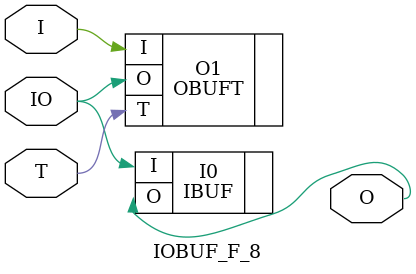
<source format=v>


`timescale  1 ps / 1 ps


module IOBUF_F_8 (O, IO, I, T);

    output O;

    inout  IO;

    input  I, T;

        OBUFT #( .SLEW("FAST"), .DRIVE(8)) O1 (.O(IO), .I(I), .T(T)); 
	IBUF #(.IOSTANDARD("DEFAULT"))  I0 (.O(O), .I(IO));
        

endmodule



</source>
